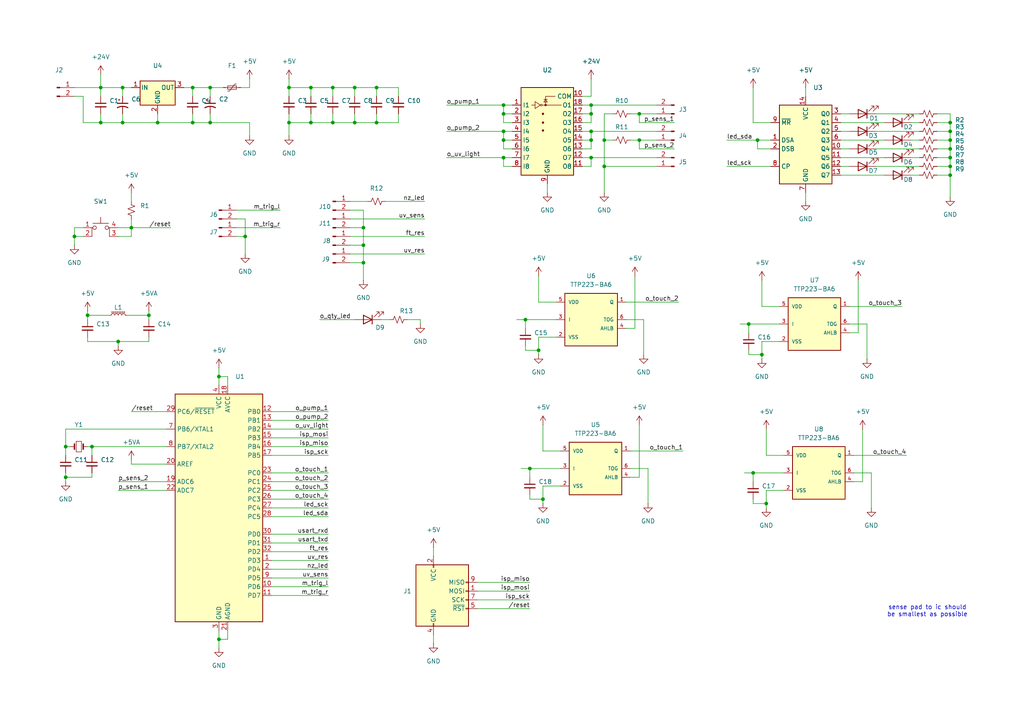
<source format=kicad_sch>
(kicad_sch (version 20231120) (generator "eeschema") (generator_version "8.0")
  (paper "A4")
  (junction (at 109.22 35.56))
  (junction (at 19.05 138.43))
  (junction (at 156.21 101.6))
  (junction (at 35.56 35.56))
  (junction (at 146.05 33.02))
  (junction (at 275.59 38.1))
  (junction (at 153.67 135.89))
  (junction (at 105.41 66.04))
  (junction (at 43.18 91.44))
  (junction (at 222.25 146.05))
  (junction (at 102.87 35.56))
  (junction (at 71.12 68.58))
  (junction (at 175.26 48.26))
  (junction (at 275.59 40.64))
  (junction (at 185.42 40.64))
  (junction (at 102.87 25.4))
  (junction (at 146.05 38.1))
  (junction (at 275.59 45.72))
  (junction (at 25.4 91.44))
  (junction (at 275.59 50.8))
  (junction (at 275.59 43.18))
  (junction (at 218.44 137.16))
  (junction (at 83.82 25.4))
  (junction (at 63.5 185.42))
  (junction (at 146.05 30.48))
  (junction (at 275.59 48.26))
  (junction (at 45.72 35.56))
  (junction (at 275.59 35.56))
  (junction (at 175.26 40.64))
  (junction (at 90.17 35.56))
  (junction (at 21.59 68.58))
  (junction (at 96.52 35.56))
  (junction (at 146.05 45.72))
  (junction (at 90.17 25.4))
  (junction (at 219.71 40.64))
  (junction (at 26.67 129.54))
  (junction (at 29.21 25.4))
  (junction (at 63.5 109.22))
  (junction (at 60.96 35.56))
  (junction (at 171.45 33.02))
  (junction (at 38.1 66.04))
  (junction (at 34.29 99.06))
  (junction (at 60.96 25.4))
  (junction (at 29.21 35.56))
  (junction (at 220.98 102.87))
  (junction (at 105.41 76.2))
  (junction (at 96.52 25.4))
  (junction (at 217.17 93.98))
  (junction (at 171.45 40.64))
  (junction (at 109.22 25.4))
  (junction (at 171.45 30.48))
  (junction (at 35.56 25.4))
  (junction (at 152.4 92.71))
  (junction (at 157.48 144.78))
  (junction (at 83.82 35.56))
  (junction (at 171.45 45.72))
  (junction (at 146.05 40.64))
  (junction (at 19.05 129.54))
  (junction (at 171.45 38.1))
  (junction (at 105.41 71.12))
  (junction (at 185.42 33.02))
  (junction (at 55.88 25.4))
  (junction (at 55.88 35.56))
  (wire (pts (xy 171.45 45.72) (xy 190.5 45.72)))
  (wire (pts (xy 171.45 43.18) (xy 171.45 40.64)))
  (wire (pts (xy 34.29 68.58) (xy 38.1 68.58)))
  (wire (pts (xy 121.92 92.71) (xy 121.92 93.98)))
  (wire (pts (xy 252.73 137.16) (xy 252.73 147.32)))
  (wire (pts (xy 168.91 33.02) (xy 171.45 33.02)))
  (wire (pts (xy 146.05 38.1) (xy 148.59 38.1)))
  (wire (pts (xy 217.17 102.87) (xy 220.98 102.87)))
  (wire (pts (xy 129.54 30.48) (xy 146.05 30.48)))
  (wire (pts (xy 175.26 40.64) (xy 175.26 48.26)))
  (wire (pts (xy 92.71 92.71) (xy 102.87 92.71)))
  (wire (pts (xy 26.67 129.54) (xy 26.67 132.08)))
  (wire (pts (xy 138.43 168.91) (xy 153.67 168.91)))
  (wire (pts (xy 246.38 96.52) (xy 248.92 96.52)))
  (wire (pts (xy 90.17 25.4) (xy 96.52 25.4)))
  (wire (pts (xy 222.25 124.46) (xy 222.25 132.08)))
  (wire (pts (xy 102.87 33.02) (xy 102.87 35.56)))
  (wire (pts (xy 43.18 91.44) (xy 43.18 90.17)))
  (wire (pts (xy 177.8 33.02) (xy 175.26 33.02)))
  (wire (pts (xy 78.74 129.54) (xy 95.25 129.54)))
  (wire (pts (xy 146.05 38.1) (xy 146.05 40.64)))
  (wire (pts (xy 247.65 132.08) (xy 262.89 132.08)))
  (wire (pts (xy 78.74 165.1) (xy 95.25 165.1)))
  (wire (pts (xy 156.21 97.79) (xy 156.21 101.6)))
  (wire (pts (xy 153.67 143.51) (xy 153.67 144.78)))
  (wire (pts (xy 19.05 124.46) (xy 19.05 129.54)))
  (wire (pts (xy 102.87 25.4) (xy 109.22 25.4)))
  (wire (pts (xy 29.21 21.59) (xy 29.21 25.4)))
  (wire (pts (xy 185.42 40.64) (xy 190.5 40.64)))
  (wire (pts (xy 83.82 35.56) (xy 83.82 39.37)))
  (wire (pts (xy 78.74 119.38) (xy 95.25 119.38)))
  (wire (pts (xy 246.38 93.98) (xy 251.46 93.98)))
  (wire (pts (xy 220.98 102.87) (xy 220.98 104.14)))
  (wire (pts (xy 222.25 142.24) (xy 222.25 146.05)))
  (wire (pts (xy 223.52 43.18) (xy 219.71 43.18)))
  (wire (pts (xy 109.22 33.02) (xy 109.22 35.56)))
  (wire (pts (xy 146.05 40.64) (xy 148.59 40.64)))
  (wire (pts (xy 146.05 45.72) (xy 148.59 45.72)))
  (wire (pts (xy 101.6 71.12) (xy 105.41 71.12)))
  (wire (pts (xy 35.56 33.02) (xy 35.56 35.56)))
  (wire (pts (xy 243.84 35.56) (xy 256.54 35.56)))
  (wire (pts (xy 185.42 123.19) (xy 185.42 138.43)))
  (wire (pts (xy 55.88 25.4) (xy 60.96 25.4)))
  (wire (pts (xy 38.1 55.88) (xy 38.1 58.42)))
  (wire (pts (xy 271.78 45.72) (xy 275.59 45.72)))
  (wire (pts (xy 60.96 25.4) (xy 64.77 25.4)))
  (wire (pts (xy 233.68 25.4) (xy 233.68 27.94)))
  (wire (pts (xy 78.74 170.18) (xy 95.25 170.18)))
  (wire (pts (xy 148.59 43.18) (xy 146.05 43.18)))
  (wire (pts (xy 214.63 93.98) (xy 217.17 93.98)))
  (wire (pts (xy 90.17 27.94) (xy 90.17 25.4)))
  (wire (pts (xy 21.59 27.94) (xy 24.13 27.94)))
  (wire (pts (xy 38.1 119.38) (xy 48.26 119.38)))
  (wire (pts (xy 78.74 144.78) (xy 95.25 144.78)))
  (wire (pts (xy 246.38 88.9) (xy 261.62 88.9)))
  (wire (pts (xy 168.91 27.94) (xy 171.45 27.94)))
  (wire (pts (xy 105.41 71.12) (xy 105.41 76.2)))
  (wire (pts (xy 243.84 40.64) (xy 256.54 40.64)))
  (wire (pts (xy 96.52 25.4) (xy 102.87 25.4)))
  (wire (pts (xy 175.26 40.64) (xy 177.8 40.64)))
  (wire (pts (xy 181.61 87.63) (xy 196.85 87.63)))
  (wire (pts (xy 218.44 146.05) (xy 222.25 146.05)))
  (wire (pts (xy 21.59 25.4) (xy 29.21 25.4)))
  (wire (pts (xy 168.91 43.18) (xy 171.45 43.18)))
  (wire (pts (xy 83.82 22.86) (xy 83.82 25.4)))
  (wire (pts (xy 156.21 80.01) (xy 156.21 87.63)))
  (wire (pts (xy 275.59 40.64) (xy 275.59 43.18)))
  (wire (pts (xy 66.04 109.22) (xy 63.5 109.22)))
  (wire (pts (xy 182.88 40.64) (xy 185.42 40.64)))
  (wire (pts (xy 215.9 137.16) (xy 218.44 137.16)))
  (wire (pts (xy 185.42 33.02) (xy 185.42 35.56)))
  (wire (pts (xy 271.78 38.1) (xy 275.59 38.1)))
  (wire (pts (xy 271.78 43.18) (xy 275.59 43.18)))
  (wire (pts (xy 72.39 35.56) (xy 72.39 39.37)))
  (wire (pts (xy 219.71 43.18) (xy 219.71 40.64)))
  (wire (pts (xy 264.16 40.64) (xy 266.7 40.64)))
  (wire (pts (xy 233.68 55.88) (xy 233.68 58.42)))
  (wire (pts (xy 36.83 91.44) (xy 43.18 91.44)))
  (wire (pts (xy 55.88 25.4) (xy 55.88 27.94)))
  (wire (pts (xy 175.26 48.26) (xy 175.26 55.88)))
  (wire (pts (xy 275.59 35.56) (xy 275.59 38.1)))
  (wire (pts (xy 182.88 33.02) (xy 185.42 33.02)))
  (wire (pts (xy 271.78 40.64) (xy 275.59 40.64)))
  (wire (pts (xy 21.59 66.04) (xy 21.59 68.58)))
  (wire (pts (xy 125.73 184.15) (xy 125.73 186.69)))
  (wire (pts (xy 153.67 144.78) (xy 157.48 144.78)))
  (wire (pts (xy 152.4 92.71) (xy 161.29 92.71)))
  (wire (pts (xy 101.6 66.04) (xy 105.41 66.04)))
  (wire (pts (xy 181.61 92.71) (xy 186.69 92.71)))
  (wire (pts (xy 182.88 138.43) (xy 185.42 138.43)))
  (wire (pts (xy 26.67 138.43) (xy 19.05 138.43)))
  (wire (pts (xy 72.39 25.4) (xy 72.39 22.86)))
  (wire (pts (xy 186.69 92.71) (xy 186.69 102.87)))
  (wire (pts (xy 78.74 127) (xy 95.25 127)))
  (wire (pts (xy 102.87 25.4) (xy 102.87 27.94)))
  (wire (pts (xy 24.13 66.04) (xy 21.59 66.04)))
  (wire (pts (xy 68.58 63.5) (xy 71.12 63.5)))
  (wire (pts (xy 168.91 45.72) (xy 171.45 45.72)))
  (wire (pts (xy 157.48 130.81) (xy 162.56 130.81)))
  (wire (pts (xy 60.96 25.4) (xy 60.96 27.94)))
  (wire (pts (xy 45.72 35.56) (xy 55.88 35.56)))
  (wire (pts (xy 25.4 99.06) (xy 34.29 99.06)))
  (wire (pts (xy 222.25 146.05) (xy 222.25 147.32)))
  (wire (pts (xy 161.29 97.79) (xy 156.21 97.79)))
  (wire (pts (xy 171.45 30.48) (xy 190.5 30.48)))
  (wire (pts (xy 220.98 88.9) (xy 226.06 88.9)))
  (wire (pts (xy 254 48.26) (xy 266.7 48.26)))
  (wire (pts (xy 66.04 185.42) (xy 63.5 185.42)))
  (wire (pts (xy 218.44 144.78) (xy 218.44 146.05)))
  (wire (pts (xy 168.91 40.64) (xy 171.45 40.64)))
  (wire (pts (xy 243.84 48.26) (xy 246.38 48.26)))
  (wire (pts (xy 210.82 48.26) (xy 223.52 48.26)))
  (wire (pts (xy 115.57 27.94) (xy 115.57 25.4)))
  (wire (pts (xy 243.84 50.8) (xy 256.54 50.8)))
  (wire (pts (xy 60.96 35.56) (xy 72.39 35.56)))
  (wire (pts (xy 146.05 33.02) (xy 146.05 30.48)))
  (wire (pts (xy 146.05 35.56) (xy 146.05 33.02)))
  (wire (pts (xy 63.5 185.42) (xy 63.5 187.96)))
  (wire (pts (xy 21.59 68.58) (xy 24.13 68.58)))
  (wire (pts (xy 78.74 137.16) (xy 95.25 137.16)))
  (wire (pts (xy 78.74 172.72) (xy 95.25 172.72)))
  (wire (pts (xy 38.1 66.04) (xy 49.53 66.04)))
  (wire (pts (xy 153.67 135.89) (xy 153.67 138.43)))
  (wire (pts (xy 275.59 33.02) (xy 275.59 35.56)))
  (wire (pts (xy 168.91 30.48) (xy 171.45 30.48)))
  (wire (pts (xy 26.67 129.54) (xy 48.26 129.54)))
  (wire (pts (xy 146.05 33.02) (xy 148.59 33.02)))
  (wire (pts (xy 185.42 40.64) (xy 185.42 43.18)))
  (wire (pts (xy 71.12 68.58) (xy 71.12 73.66)))
  (wire (pts (xy 175.26 33.02) (xy 175.26 40.64)))
  (wire (pts (xy 184.15 80.01) (xy 184.15 95.25)))
  (wire (pts (xy 218.44 25.4) (xy 218.44 35.56)))
  (wire (pts (xy 218.44 137.16) (xy 218.44 139.7)))
  (wire (pts (xy 25.4 91.44) (xy 31.75 91.44)))
  (wire (pts (xy 264.16 50.8) (xy 266.7 50.8)))
  (wire (pts (xy 217.17 93.98) (xy 217.17 96.52)))
  (wire (pts (xy 60.96 33.02) (xy 60.96 35.56)))
  (wire (pts (xy 34.29 139.7) (xy 48.26 139.7)))
  (wire (pts (xy 243.84 38.1) (xy 246.38 38.1)))
  (wire (pts (xy 68.58 66.04) (xy 81.28 66.04)))
  (wire (pts (xy 96.52 25.4) (xy 96.52 27.94)))
  (wire (pts (xy 66.04 182.88) (xy 66.04 185.42)))
  (wire (pts (xy 171.45 48.26) (xy 171.45 45.72)))
  (wire (pts (xy 254 33.02) (xy 266.7 33.02)))
  (wire (pts (xy 171.45 40.64) (xy 171.45 38.1)))
  (wire (pts (xy 227.33 142.24) (xy 222.25 142.24)))
  (wire (pts (xy 105.41 76.2) (xy 105.41 81.28)))
  (wire (pts (xy 271.78 50.8) (xy 275.59 50.8)))
  (wire (pts (xy 19.05 129.54) (xy 19.05 132.08)))
  (wire (pts (xy 243.84 43.18) (xy 246.38 43.18)))
  (wire (pts (xy 78.74 142.24) (xy 95.25 142.24)))
  (wire (pts (xy 101.6 60.96) (xy 105.41 60.96)))
  (wire (pts (xy 63.5 182.88) (xy 63.5 185.42)))
  (wire (pts (xy 34.29 142.24) (xy 48.26 142.24)))
  (wire (pts (xy 24.13 35.56) (xy 29.21 35.56)))
  (wire (pts (xy 181.61 95.25) (xy 184.15 95.25)))
  (wire (pts (xy 251.46 93.98) (xy 251.46 104.14)))
  (wire (pts (xy 78.74 132.08) (xy 95.25 132.08)))
  (wire (pts (xy 149.86 92.71) (xy 152.4 92.71)))
  (wire (pts (xy 151.13 135.89) (xy 153.67 135.89)))
  (wire (pts (xy 83.82 33.02) (xy 83.82 35.56)))
  (wire (pts (xy 71.12 63.5) (xy 71.12 68.58)))
  (wire (pts (xy 158.75 53.34) (xy 158.75 55.88)))
  (wire (pts (xy 264.16 45.72) (xy 266.7 45.72)))
  (wire (pts (xy 138.43 173.99) (xy 153.67 173.99)))
  (wire (pts (xy 25.4 97.79) (xy 25.4 99.06)))
  (wire (pts (xy 222.25 132.08) (xy 227.33 132.08)))
  (wire (pts (xy 29.21 33.02) (xy 29.21 35.56)))
  (wire (pts (xy 226.06 99.06) (xy 220.98 99.06)))
  (wire (pts (xy 171.45 38.1) (xy 190.5 38.1)))
  (wire (pts (xy 96.52 33.02) (xy 96.52 35.56)))
  (wire (pts (xy 157.48 140.97) (xy 157.48 144.78)))
  (wire (pts (xy 34.29 99.06) (xy 43.18 99.06)))
  (wire (pts (xy 78.74 167.64) (xy 95.25 167.64)))
  (wire (pts (xy 29.21 35.56) (xy 35.56 35.56)))
  (wire (pts (xy 19.05 138.43) (xy 19.05 139.7)))
  (wire (pts (xy 55.88 33.02) (xy 55.88 35.56)))
  (wire (pts (xy 162.56 140.97) (xy 157.48 140.97)))
  (wire (pts (xy 69.85 25.4) (xy 72.39 25.4)))
  (wire (pts (xy 109.22 25.4) (xy 109.22 27.94)))
  (wire (pts (xy 90.17 33.02) (xy 90.17 35.56)))
  (wire (pts (xy 153.67 135.89) (xy 162.56 135.89)))
  (wire (pts (xy 68.58 60.96) (xy 81.28 60.96)))
  (wire (pts (xy 168.91 35.56) (xy 171.45 35.56)))
  (wire (pts (xy 171.45 27.94) (xy 171.45 22.86)))
  (wire (pts (xy 55.88 35.56) (xy 60.96 35.56)))
  (wire (pts (xy 43.18 99.06) (xy 43.18 97.79)))
  (wire (pts (xy 45.72 33.02) (xy 45.72 35.56)))
  (wire (pts (xy 110.49 92.71) (xy 113.03 92.71)))
  (wire (pts (xy 168.91 48.26) (xy 171.45 48.26)))
  (wire (pts (xy 25.4 91.44) (xy 25.4 92.71)))
  (wire (pts (xy 217.17 101.6) (xy 217.17 102.87)))
  (wire (pts (xy 157.48 123.19) (xy 157.48 130.81)))
  (wire (pts (xy 20.32 129.54) (xy 19.05 129.54)))
  (wire (pts (xy 271.78 35.56) (xy 275.59 35.56)))
  (wire (pts (xy 38.1 68.58) (xy 38.1 66.04)))
  (wire (pts (xy 21.59 68.58) (xy 21.59 71.12)))
  (wire (pts (xy 35.56 25.4) (xy 38.1 25.4)))
  (wire (pts (xy 29.21 25.4) (xy 35.56 25.4)))
  (wire (pts (xy 243.84 45.72) (xy 256.54 45.72)))
  (wire (pts (xy 148.59 48.26) (xy 146.05 48.26)))
  (wire (pts (xy 146.05 30.48) (xy 148.59 30.48)))
  (wire (pts (xy 175.26 48.26) (xy 190.5 48.26)))
  (wire (pts (xy 78.74 160.02) (xy 95.25 160.02)))
  (wire (pts (xy 157.48 144.78) (xy 157.48 146.05)))
  (wire (pts (xy 118.11 92.71) (xy 121.92 92.71)))
  (wire (pts (xy 83.82 25.4) (xy 83.82 27.94)))
  (wire (pts (xy 90.17 25.4) (xy 83.82 25.4)))
  (wire (pts (xy 105.41 60.96) (xy 105.41 66.04)))
  (wire (pts (xy 254 43.18) (xy 266.7 43.18)))
  (wire (pts (xy 24.13 27.94) (xy 24.13 35.56)))
  (wire (pts (xy 218.44 137.16) (xy 227.33 137.16)))
  (wire (pts (xy 35.56 35.56) (xy 45.72 35.56)))
  (wire (pts (xy 78.74 121.92) (xy 95.25 121.92)))
  (wire (pts (xy 115.57 35.56) (xy 109.22 35.56)))
  (wire (pts (xy 254 38.1) (xy 266.7 38.1)))
  (wire (pts (xy 53.34 25.4) (xy 55.88 25.4)))
  (wire (pts (xy 68.58 68.58) (xy 71.12 68.58)))
  (wire (pts (xy 78.74 139.7) (xy 95.25 139.7)))
  (wire (pts (xy 78.74 124.46) (xy 95.25 124.46)))
  (wire (pts (xy 275.59 38.1) (xy 275.59 40.64)))
  (wire (pts (xy 218.44 35.56) (xy 223.52 35.56)))
  (wire (pts (xy 63.5 109.22) (xy 63.5 111.76)))
  (wire (pts (xy 26.67 137.16) (xy 26.67 138.43)))
  (wire (pts (xy 187.96 135.89) (xy 187.96 146.05)))
  (wire (pts (xy 78.74 147.32) (xy 95.25 147.32)))
  (wire (pts (xy 78.74 162.56) (xy 95.25 162.56)))
  (wire (pts (xy 219.71 40.64) (xy 223.52 40.64)))
  (wire (pts (xy 34.29 66.04) (xy 38.1 66.04)))
  (wire (pts (xy 152.4 100.33) (xy 152.4 101.6)))
  (wire (pts (xy 101.6 63.5) (xy 123.19 63.5)))
  (wire (pts (xy 19.05 137.16) (xy 19.05 138.43)))
  (wire (pts (xy 275.59 43.18) (xy 275.59 45.72)))
  (wire (pts (xy 220.98 99.06) (xy 220.98 102.87)))
  (wire (pts (xy 66.04 111.76) (xy 66.04 109.22)))
  (wire (pts (xy 171.45 33.02) (xy 171.45 35.56)))
  (wire (pts (xy 48.26 124.46) (xy 19.05 124.46)))
  (wire (pts (xy 38.1 134.62) (xy 38.1 133.35)))
  (wire (pts (xy 271.78 48.26) (xy 275.59 48.26)))
  (wire (pts (xy 38.1 66.04) (xy 38.1 63.5)))
  (wire (pts (xy 156.21 101.6) (xy 156.21 102.87)))
  (wire (pts (xy 247.65 139.7) (xy 250.19 139.7)))
  (wire (pts (xy 146.05 40.64) (xy 146.05 43.18)))
  (wire (pts (xy 220.98 81.28) (xy 220.98 88.9)))
  (wire (pts (xy 146.05 48.26) (xy 146.05 45.72)))
  (wire (pts (xy 26.67 129.54) (xy 25.4 129.54)))
  (wire (pts (xy 101.6 73.66) (xy 123.19 73.66)))
  (wire (pts (xy 35.56 25.4) (xy 35.56 27.94)))
  (wire (pts (xy 105.41 66.04) (xy 105.41 71.12)))
  (wire (pts (xy 171.45 30.48) (xy 171.45 33.02)))
  (wire (pts (xy 248.92 81.28) (xy 248.92 96.52)))
  (wire (pts (xy 210.82 40.64) (xy 219.71 40.64)))
  (wire (pts (xy 168.91 38.1) (xy 171.45 38.1)))
  (wire (pts (xy 185.42 43.18) (xy 195.58 43.18)))
  (wire (pts (xy 101.6 58.42) (xy 106.68 58.42)))
  (wire (pts (xy 275.59 50.8) (xy 275.59 57.15)))
  (wire (pts (xy 138.43 171.45) (xy 153.67 171.45)))
  (wire (pts (xy 152.4 101.6) (xy 156.21 101.6)))
  (wire (pts (xy 156.21 87.63) (xy 161.29 87.63)))
  (wire (pts (xy 271.78 33.02) (xy 275.59 33.02)))
  (wire (pts (xy 129.54 45.72) (xy 146.05 45.72)))
  (wire (pts (xy 101.6 76.2) (xy 105.41 76.2)))
  (wire (pts (xy 182.88 130.81) (xy 198.12 130.81)))
  (wire (pts (xy 43.18 91.44) (xy 43.18 92.71)))
  (wire (pts (xy 125.73 158.75) (xy 125.73 161.29)))
  (wire (pts (xy 250.19 124.46) (xy 250.19 139.7)))
  (wire (pts (xy 25.4 91.44) (xy 25.4 90.17)))
  (wire (pts (xy 78.74 149.86) (xy 95.25 149.86)))
  (wire (pts (xy 275.59 48.26) (xy 275.59 50.8)))
  (wire (pts (xy 185.42 33.02) (xy 190.5 33.02)))
  (wire (pts (xy 78.74 157.48) (xy 95.25 157.48)))
  (wire (pts (xy 275.59 45.72) (xy 275.59 48.26)))
  (wire (pts (xy 264.16 35.56) (xy 266.7 35.56)))
  (wire (pts (xy 78.74 154.94) (xy 95.25 154.94)))
  (wire (pts (xy 29.21 25.4) (xy 29.21 27.94)))
  (wire (pts (xy 63.5 106.68) (xy 63.5 109.22)))
  (wire (pts (xy 96.52 35.56) (xy 90.17 35.56)))
  (wire (pts (xy 138.43 176.53) (xy 153.67 176.53)))
  (wire (pts (xy 48.26 134.62) (xy 38.1 134.62)))
  (wire (pts (xy 34.29 99.06) (xy 34.29 100.33)))
  (wire (pts (xy 247.65 137.16) (xy 252.73 137.16)))
  (wire (pts (xy 243.84 33.02) (xy 246.38 33.02)))
  (wire (pts (xy 129.54 38.1) (xy 146.05 38.1)))
  (wire (pts (xy 109.22 25.4) (xy 115.57 25.4)))
  (wire (pts (xy 152.4 92.71) (xy 152.4 95.25)))
  (wire (pts (xy 109.22 35.56) (xy 102.87 35.56)))
  (wire (pts (xy 217.17 93.98) (xy 226.06 93.98)))
  (wire (pts (xy 148.59 35.56) (xy 146.05 35.56)))
  (wire (pts (xy 182.88 135.89) (xy 187.96 135.89)))
  (wire (pts (xy 90.17 35.56) (xy 83.82 35.56)))
  (wire (pts (xy 185.42 35.56) (xy 195.58 35.56)))
  (wire (pts (xy 111.76 58.42) (xy 123.19 58.42)))
  (wire (pts (xy 101.6 68.58) (xy 123.19 68.58)))
  (wire (pts (xy 102.87 35.56) (xy 96.52 35.56)))
  (wire (pts (xy 115.57 33.02) (xy 115.57 35.56)))
  (text "sense pad to ic should\nbe smallest as possible" (at 268.986 177.292 0) (effects (font (size 1.27 1.27))))
  (label "usart_rxd" (at 95.25 154.94 180))
  (label "led_sda" (at 210.82 40.64 0))
  (label "o_touch_3" (at 95.25 142.24 180))
  (label "p_sens_2" (at 195.58 43.18 180))
  (label "p_sens_2" (at 34.29 139.7 0))
  (label "isp_miso" (at 95.25 129.54 180))
  (label "o_touch_2" (at 95.25 139.7 180))
  (label "p_sens_1" (at 195.58 35.56 180))
  (label "{slash}reset" (at 38.1 119.38 0))
  (label "o_pump_1" (at 95.25 119.38 180))
  (label "{slash}reset" (at 153.67 176.53 180))
  (label "o_touch_1" (at 198.12 130.81 180))
  (label "m_trig_r" (at 81.28 66.04 180))
  (label "uv_res" (at 95.25 162.56 180))
  (label "o_pump_1" (at 129.54 30.48 0))
  (label "isp_sck" (at 95.25 132.08 180))
  (label "o_pump_2" (at 95.25 121.92 180))
  (label "o_touch_4" (at 262.89 132.08 180))
  (label "isp_mosi" (at 153.67 171.45 180))
  (label "isp_miso" (at 153.67 168.91 180))
  (label "o_touch_3" (at 261.62 88.9 180))
  (label "led_sda" (at 95.25 149.86 180))
  (label "o_touch_1" (at 95.25 137.16 180))
  (label "led_sck" (at 95.25 147.32 180))
  (label "p_sens_1" (at 34.29 142.24 0))
  (label "ft_res" (at 123.19 68.58 180))
  (label "o_uv_light" (at 129.54 45.72 0))
  (label "m_trig_r" (at 95.25 172.72 180))
  (label "led_sck" (at 210.82 48.26 0))
  (label "ft_res" (at 95.25 160.02 180))
  (label "o_pump_2" (at 129.54 38.1 0))
  (label "m_trig_l" (at 95.25 170.18 180))
  (label "isp_mosi" (at 95.25 127 180))
  (label "o_touch_4" (at 95.25 144.78 180))
  (label "nz_led" (at 95.25 165.1 180))
  (label "uv_sens" (at 95.25 167.64 180))
  (label "nz_led" (at 123.19 58.42 180))
  (label "{slash}reset" (at 49.53 66.04 180))
  (label "uv_res" (at 123.19 73.66 180))
  (label "isp_sck" (at 153.67 173.99 180))
  (label "o_qty_led" (at 92.71 92.71 0))
  (label "m_trig_l" (at 81.28 60.96 180))
  (label "o_touch_2" (at 196.85 87.63 180))
  (label "usart_txd" (at 95.25 157.48 180))
  (label "uv_sens" (at 123.19 63.5 180))
  (label "o_uv_light" (at 95.25 124.46 180))
  (symbol (lib_id "power:GND") (at 275.59 57.15 0) (unit 1)
    (property "Reference" "#PWR013" (effects (hide yes)))
    (property "Value" "GND" (at 275.59 62.23 0))
    (property "Description" "Power symbol creates a global label with name \"GND\" , ground" (effects (hide yes)))
  )
  (symbol (lib_id "power:GND") (at 157.48 146.05 0) (unit 1)
    (property "Reference" "#PWR020" (effects (hide yes)))
    (property "Value" "GND" (at 157.48 151.13 0))
    (property "Description" "Power symbol creates a global label with name \"GND\" , ground" (effects (hide yes)))
  )
  (symbol (lib_id "power:+5V") (at 233.68 25.4 0) (unit 1)
    (property "Reference" "#PWR016" (effects (hide yes)))
    (property "Value" "+5V" (at 233.68 20.32 0))
    (property "Description" "Power symbol creates a global label with name \"+5V\"" (effects (hide yes)))
  )
  (symbol (lib_id "Connector:Conn_01x02_Pin") (at 195.58 40.64 180) (unit 1)
    (property "Reference" "J4" (at 196.85 39.3699 0) (effects (justify right)))
    (property "Value" "Conn_01x02_Pin" (effects (hide yes)))
    (property "Description" "Generic connector, single row, 01x02, script generated" (effects (hide yes)))
  )
  (symbol (lib_id "power:GND") (at 187.96 146.05 0) (unit 1)
    (property "Reference" "#PWR023" (effects (hide yes)))
    (property "Value" "GND" (at 187.96 151.13 0))
    (property "Description" "Power symbol creates a global label with name \"GND\" , ground" (effects (hide yes)))
  )
  (symbol (lib_id "power:GND") (at 105.41 81.28 0) (unit 1)
    (property "Reference" "#PWR024" (effects (hide yes)))
    (property "Value" "GND" (at 105.41 86.36 0))
    (property "Description" "Power symbol creates a global label with name \"GND\" , ground" (effects (hide yes)))
  )
  (symbol (lib_id "power:GND") (at 252.73 147.32 0) (unit 1)
    (property "Reference" "#PWR037" (effects (hide yes)))
    (property "Value" "GND" (at 252.73 152.4 0))
    (property "Description" "Power symbol creates a global label with name \"GND\" , ground" (effects (hide yes)))
  )
  (symbol (lib_id "power:GND") (at 121.92 93.98 0) (unit 1)
    (property "Reference" "#PWR025" (effects (hide yes)))
    (property "Value" "GND" (at 121.92 99.06 0))
    (property "Description" "Power symbol creates a global label with name \"GND\" , ground" (effects (hide yes)))
  )
  (symbol (lib_id "Device:LED") (at 260.35 35.56 180) (unit 1)
    (property "Reference" "D2" (at 263.398 36.83 0))
    (property "Value" "LED" (effects (hide yes)))
    (property "Footprint" "LED_THT:LED_D5.0mm_Clear" (effects (hide yes)))
    (property "Description" "Light emitting diode" (effects (hide yes)))
  )
  (symbol (lib_id "power:GND") (at 63.5 187.96 0) (unit 1)
    (property "Reference" "#PWR09" (effects (hide yes)))
    (property "Value" "GND" (at 63.5 193.04 0))
    (property "Description" "Power symbol creates a global label with name \"GND\" , ground" (effects (hide yes)))
  )
  (symbol (lib_id "Device:C_Small") (at 96.52 30.48 0) (unit 1)
    (property "Reference" "C7" (at 99.06 29.2162 0) (effects (justify left)))
    (property "Value" "C_Small" (effects (hide yes)))
    (property "Footprint" "Capacitor_SMD:C_0805_2012Metric_Pad1.18x1.45mm_HandSolder" (effects (hide yes)))
    (property "Description" "Unpolarized capacitor, small symbol" (effects (hide yes)))
  )
  (symbol (lib_id "power:GND") (at 158.75 55.88 0) (unit 1)
    (property "Reference" "#PWR014" (effects (hide yes)))
    (property "Value" "GND" (at 158.75 60.96 0))
    (property "Description" "Power symbol creates a global label with name \"GND\" , ground" (effects (hide yes)))
  )
  (symbol (lib_id "TTP223-BA6:TTP223-BA6") (at 236.22 93.98 0) (unit 1)
    (property "Reference" "U7" (at 236.22 81.28 0))
    (property "Value" "TTP223-BA6" (at 236.22 83.82 0))
    (property "Footprint" "Hardware:SOT23-6" (effects (hide yes)))
    (property "MF" "tontek" (effects (hide yes)))
    (property "Description_1" "\n" (effects (hide yes)))
    (property "LIB" "CID" (effects (hide yes)))
    (property "Package" "None" (effects (hide yes)))
    (property "Price" "None" (effects (hide yes)))
    (property "SnapEDA_Link" "https://www.snapeda.com/parts/TTP223-BA6/TONTEK/view-part/?ref=snap" (effects (hide yes)))
    (property "MP" "TTP223-BA6" (effects (hide yes)))
    (property "Availability" "In Stock" (effects (hide yes)))
    (property "Check_prices" "https://www.snapeda.com/parts/TTP223-BA6/TONTEK/view-part/?ref=eda" (effects (hide yes)))
  )
  (symbol (lib_id "power:+5V") (at 220.98 81.28 0) (unit 1)
    (property "Reference" "#PWR030" (effects (hide yes)))
    (property "Value" "+5V" (at 220.98 76.2 0))
    (property "Description" "Power symbol creates a global label with name \"+5V\"" (effects (hide yes)))
  )
  (symbol (lib_id "power:GND") (at 83.82 39.37 0) (unit 1)
    (property "Reference" "#PWR011" (effects (hide yes)))
    (property "Value" "GND" (at 83.82 44.45 0))
    (property "Description" "Power symbol creates a global label with name \"GND\" , ground" (effects (hide yes)))
  )
  (symbol (lib_id "power:+5V") (at 250.19 124.46 0) (unit 1)
    (property "Reference" "#PWR036" (effects (hide yes)))
    (property "Value" "+5V" (at 250.19 119.38 0))
    (property "Description" "Power symbol creates a global label with name \"+5V\"" (effects (hide yes)))
  )
  (symbol (lib_id "power:GND") (at 156.21 102.87 0) (unit 1)
    (property "Reference" "#PWR027" (effects (hide yes)))
    (property "Value" "GND" (at 156.21 107.95 0))
    (property "Description" "Power symbol creates a global label with name \"GND\" , ground" (effects (hide yes)))
  )
  (symbol (lib_id "Connector:Conn_01x02_Pin") (at 96.52 63.5 0) (unit 1)
    (property "Reference" "J11" (at 94.234 64.77 0))
    (property "Value" "Conn_01x02_Pin" (effects (hide yes)))
    (property "Description" "Generic connector, single row, 01x02, script generated" (effects (hide yes)))
  )
  (symbol (lib_id "power:+5V") (at 63.5 106.68 0) (unit 1)
    (property "Reference" "#PWR08" (effects (hide yes)))
    (property "Value" "+5V" (at 63.5 101.6 0))
    (property "Description" "Power symbol creates a global label with name \"+5V\"" (effects (hide yes)))
  )
  (symbol (lib_id "Device:C_Polarized_Small_US") (at 60.96 30.48 0) (unit 1)
    (property "Reference" "C2" (at 63.5 28.7781 0) (effects (justify left)))
    (property "Value" "C_Polarized_Small_US" (effects (hide yes)))
    (property "Footprint" "Capacitor_SMD:CP_Elec_6.3x5.4" (effects (hide yes)))
    (property "Description" "Polarized capacitor, small US symbol" (effects (hide yes)))
  )
  (symbol (lib_id "Device:LED") (at 250.19 48.26 180) (unit 1)
    (property "Reference" "D7" (at 253.238 49.53 0))
    (property "Value" "LED" (effects (hide yes)))
    (property "Footprint" "LED_THT:LED_D3.0mm_Clear" (effects (hide yes)))
    (property "Description" "Light emitting diode" (effects (hide yes)))
  )
  (symbol (lib_id "Connector:Conn_01x02_Pin") (at 195.58 33.02 180) (unit 1)
    (property "Reference" "J3" (at 196.85 31.7499 0) (effects (justify right)))
    (property "Value" "Conn_01x02_Pin" (effects (hide yes)))
    (property "Description" "Generic connector, single row, 01x02, script generated" (effects (hide yes)))
  )
  (symbol (lib_id "Device:R_Small_US") (at 269.24 40.64 90) (unit 1)
    (property "Reference" "R5" (at 278.384 40.894 90))
    (property "Value" "R_Small_US" (effects (hide yes)))
    (property "Footprint" "Resistor_SMD:R_0805_2012Metric_Pad1.20x1.40mm_HandSolder" (effects (hide yes)))
    (property "Description" "Resistor, small US symbol" (effects (hide yes)))
  )
  (symbol (lib_id "Connector:Conn_01x02_Pin") (at 16.51 25.4 0) (unit 1)
    (property "Reference" "J2" (at 17.145 20.32 0))
    (property "Value" "Conn_01x02_Pin" (effects (hide yes)))
    (property "Description" "Generic connector, single row, 01x02, script generated" (effects (hide yes)))
  )
  (symbol (lib_id "TTP223-BA6:TTP223-BA6") (at 172.72 135.89 0) (unit 1)
    (property "Reference" "U5" (at 172.72 123.19 0))
    (property "Value" "TTP223-BA6" (at 172.72 125.73 0))
    (property "Footprint" "Hardware:SOT23-6" (effects (hide yes)))
    (property "MF" "tontek" (effects (hide yes)))
    (property "Description_1" "\n" (effects (hide yes)))
    (property "LIB" "CID" (effects (hide yes)))
    (property "Package" "None" (effects (hide yes)))
    (property "Price" "None" (effects (hide yes)))
    (property "SnapEDA_Link" "https://www.snapeda.com/parts/TTP223-BA6/TONTEK/view-part/?ref=snap" (effects (hide yes)))
    (property "MP" "TTP223-BA6" (effects (hide yes)))
    (property "Availability" "In Stock" (effects (hide yes)))
    (property "Check_prices" "https://www.snapeda.com/parts/TTP223-BA6/TONTEK/view-part/?ref=eda" (effects (hide yes)))
  )
  (symbol (lib_id "Connector:Conn_01x02_Pin") (at 63.5 66.04 0) (unit 1)
    (property "Reference" "J7" (at 61.976 67.31 0))
    (property "Value" "Conn_01x02_Pin" (effects (hide yes)))
    (property "Description" "Generic connector, single row, 01x02, script generated" (effects (hide yes)))
  )
  (symbol (lib_id "Switch:SW_MEC_5E") (at 29.21 68.58 0) (unit 1)
    (property "Reference" "SW1" (at 29.21 58.42 0))
    (property "Value" "SW_MEC_5E" (effects (hide yes)))
    (property "Footprint" "Button_Switch_SMD:SW_SP3T_PCM13" (effects (hide yes)))
    (property "Datasheet" "http://www.apem.com/int/index.php?controller=attachment&id_attachment=1371" (effects (hide yes)))
    (property "Description" "MEC 5E single pole normally-open tactile switch" (effects (hide yes)))
  )
  (symbol (lib_id "Device:R_Small_US") (at 180.34 40.64 270) (unit 1)
    (property "Reference" "R11" (at 180.34 36.83 90))
    (property "Value" "R_Small_US" (effects (hide yes)))
    (property "Footprint" "Resistor_SMD:R_0805_2012Metric_Pad1.20x1.40mm_HandSolder" (effects (hide yes)))
    (property "Description" "Resistor, small US symbol" (effects (hide yes)))
  )
  (symbol (lib_id "Device:Polyfuse_Small") (at 67.31 25.4 90) (unit 1)
    (property "Reference" "F1" (at 67.31 19.05 90))
    (property "Value" "Polyfuse_Small" (effects (hide yes)))
    (property "Description" "Resettable fuse, polymeric positive temperature coefficient, small symbol" (effects (hide yes)))
  )
  (symbol (lib_id "Device:C_Small") (at 83.82 30.48 0) (unit 1)
    (property "Reference" "C3" (at 86.36 29.2162 0) (effects (justify left)))
    (property "Value" "C_Small" (effects (hide yes)))
    (property "Footprint" "Capacitor_SMD:C_0805_2012Metric_Pad1.18x1.45mm_HandSolder" (effects (hide yes)))
    (property "Description" "Unpolarized capacitor, small symbol" (effects (hide yes)))
  )
  (symbol (lib_id "Device:LED") (at 250.19 33.02 180) (unit 1)
    (property "Reference" "D1" (at 253.492 34.29 0))
    (property "Value" "LED" (effects (hide yes)))
    (property "Footprint" "LED_THT:LED_D5.0mm_Clear" (effects (hide yes)))
    (property "Description" "Light emitting diode" (effects (hide yes)))
  )
  (symbol (lib_id "power:+5V") (at 248.92 81.28 0) (unit 1)
    (property "Reference" "#PWR032" (effects (hide yes)))
    (property "Value" "+5V" (at 248.92 76.2 0))
    (property "Description" "Power symbol creates a global label with name \"+5V\"" (effects (hide yes)))
  )
  (symbol (lib_id "Device:R_Small_US") (at 180.34 33.02 270) (unit 1)
    (property "Reference" "R10" (at 180.34 29.21 90))
    (property "Value" "R_Small_US" (effects (hide yes)))
    (property "Footprint" "Resistor_SMD:R_0805_2012Metric_Pad1.20x1.40mm_HandSolder" (effects (hide yes)))
    (property "Description" "Resistor, small US symbol" (effects (hide yes)))
  )
  (symbol (lib_id "Device:R_Small_US") (at 269.24 33.02 270) (unit 1)
    (property "Reference" "R2" (at 278.384 34.798 90))
    (property "Value" "R_Small_US" (effects (hide yes)))
    (property "Footprint" "Resistor_SMD:R_0805_2012Metric_Pad1.20x1.40mm_HandSolder" (effects (hide yes)))
    (property "Description" "Resistor, small US symbol" (effects (hide yes)))
  )
  (symbol (lib_id "power:GND") (at 34.29 100.33 0) (unit 1)
    (property "Reference" "#PWR042" (effects (hide yes)))
    (property "Value" "GND" (at 34.29 105.41 0))
    (property "Description" "Power symbol creates a global label with name \"GND\" , ground" (effects (hide yes)))
  )
  (symbol (lib_id "power:+5V") (at 218.44 25.4 0) (unit 1)
    (property "Reference" "#PWR017" (effects (hide yes)))
    (property "Value" "+5V" (at 218.44 20.32 0))
    (property "Description" "Power symbol creates a global label with name \"+5V\"" (effects (hide yes)))
  )
  (symbol (lib_id "power:+5V") (at 25.4 90.17 0) (unit 1)
    (property "Reference" "#PWR039" (effects (hide yes)))
    (property "Value" "+5V" (at 25.4 85.09 0))
    (property "Description" "Power symbol creates a global label with name \"+5V\"" (effects (hide yes)))
  )
  (symbol (lib_id "Device:R_Small_US") (at 115.57 92.71 90) (unit 1)
    (property "Reference" "R13" (at 117.856 90.17 90))
    (property "Value" "R_Small_US" (effects (hide yes)))
    (property "Footprint" "Resistor_SMD:R_0805_2012Metric_Pad1.20x1.40mm_HandSolder" (effects (hide yes)))
    (property "Description" "Resistor, small US symbol" (effects (hide yes)))
  )
  (symbol (lib_id "TTP223-BA6:TTP223-BA6") (at 237.49 137.16 0) (unit 1)
    (property "Reference" "U8" (at 237.49 124.46 0))
    (property "Value" "TTP223-BA6" (at 237.49 127 0))
    (property "Footprint" "Hardware:SOT23-6" (effects (hide yes)))
    (property "MF" "tontek" (effects (hide yes)))
    (property "Description_1" "\n" (effects (hide yes)))
    (property "LIB" "CID" (effects (hide yes)))
    (property "Package" "None" (effects (hide yes)))
    (property "Price" "None" (effects (hide yes)))
    (property "SnapEDA_Link" "https://www.snapeda.com/parts/TTP223-BA6/TONTEK/view-part/?ref=snap" (effects (hide yes)))
    (property "MP" "TTP223-BA6" (effects (hide yes)))
    (property "Availability" "In Stock" (effects (hide yes)))
    (property "Check_prices" "https://www.snapeda.com/parts/TTP223-BA6/TONTEK/view-part/?ref=eda" (effects (hide yes)))
  )
  (symbol (lib_id "power:GND") (at 125.73 186.69 0) (unit 1)
    (property "Reference" "#PWR06" (effects (hide yes)))
    (property "Value" "GND" (at 125.73 191.77 0))
    (property "Description" "Power symbol creates a global label with name \"GND\" , ground" (effects (hide yes)))
  )
  (symbol (lib_id "Device:C_Small") (at 26.67 134.62 0) (unit 1)
    (property "Reference" "C12" (at 29.21 133.3562 0) (effects (justify left)))
    (property "Value" "C_Small" (effects (hide yes)))
    (property "Footprint" "Capacitor_SMD:C_0805_2012Metric_Pad1.18x1.45mm_HandSolder" (effects (hide yes)))
    (property "Description" "Unpolarized capacitor, small symbol" (effects (hide yes)))
  )
  (symbol (lib_id "power:+5V") (at 156.21 80.01 0) (unit 1)
    (property "Reference" "#PWR026" (effects (hide yes)))
    (property "Value" "+5V" (at 156.21 74.93 0))
    (property "Description" "Power symbol creates a global label with name \"+5V\"" (effects (hide yes)))
  )
  (symbol (lib_id "Connector:Conn_01x02_Pin") (at 96.52 73.66 0) (unit 1)
    (property "Reference" "J9" (at 94.488 75.184 0))
    (property "Value" "Conn_01x02_Pin" (effects (hide yes)))
    (property "Description" "Generic connector, single row, 01x02, script generated" (effects (hide yes)))
  )
  (symbol (lib_id "power:GND") (at 71.12 73.66 0) (unit 1)
    (property "Reference" "#PWR021" (effects (hide yes)))
    (property "Value" "GND" (at 71.12 78.74 0))
    (property "Description" "Power symbol creates a global label with name \"GND\" , ground" (effects (hide yes)))
  )
  (symbol (lib_id "Device:C_Small") (at 109.22 30.48 0) (unit 1)
    (property "Reference" "C9" (at 111.76 29.2162 0) (effects (justify left)))
    (property "Value" "C_Small" (effects (hide yes)))
    (property "Footprint" "Capacitor_SMD:C_0805_2012Metric_Pad1.18x1.45mm_HandSolder" (effects (hide yes)))
    (property "Description" "Unpolarized capacitor, small symbol" (effects (hide yes)))
  )
  (symbol (lib_id "Device:LED") (at 260.35 40.64 180) (unit 1)
    (property "Reference" "D4" (at 263.398 41.91 0))
    (property "Value" "LED" (effects (hide yes)))
    (property "Footprint" "LED_THT:LED_D5.0mm_Clear" (effects (hide yes)))
    (property "Description" "Light emitting diode" (effects (hide yes)))
  )
  (symbol (lib_id "power:GND") (at 251.46 104.14 0) (unit 1)
    (property "Reference" "#PWR033" (effects (hide yes)))
    (property "Value" "GND" (at 251.46 109.22 0))
    (property "Description" "Power symbol creates a global label with name \"GND\" , ground" (effects (hide yes)))
  )
  (symbol (lib_id "Device:LED") (at 106.68 92.71 180) (unit 1)
    (property "Reference" "D9" (at 110.236 94.996 0))
    (property "Value" "LED" (effects (hide yes)))
    (property "Footprint" "LED_THT:LED_D5.0mm_Clear" (effects (hide yes)))
    (property "Description" "Light emitting diode" (effects (hide yes)))
  )
  (symbol (lib_id "Device:C_Small") (at 90.17 30.48 0) (unit 1)
    (property "Reference" "C5" (at 92.71 29.2162 0) (effects (justify left)))
    (property "Value" "C_Small" (effects (hide yes)))
    (property "Footprint" "Capacitor_SMD:C_0805_2012Metric_Pad1.18x1.45mm_HandSolder" (effects (hide yes)))
    (property "Description" "Unpolarized capacitor, small symbol" (effects (hide yes)))
  )
  (symbol (lib_id "power:+5V") (at 222.25 124.46 0) (unit 1)
    (property "Reference" "#PWR034" (effects (hide yes)))
    (property "Value" "+5V" (at 222.25 119.38 0))
    (property "Description" "Power symbol creates a global label with name \"+5V\"" (effects (hide yes)))
  )
  (symbol (lib_id "power:+5VA") (at 38.1 133.35 0) (unit 1)
    (property "Reference" "#PWR041" (effects (hide yes)))
    (property "Value" "+5VA" (at 38.1 128.27 0))
    (property "Description" "Power symbol creates a global label with name \"+5VA\"" (effects (hide yes)))
  )
  (symbol (lib_id "Device:R_Small_US") (at 269.24 35.56 90) (unit 1)
    (property "Reference" "R3" (at 278.384 36.83 90))
    (property "Value" "R_Small_US" (effects (hide yes)))
    (property "Footprint" "Resistor_SMD:R_0805_2012Metric_Pad1.20x1.40mm_HandSolder" (effects (hide yes)))
    (property "Description" "Resistor, small US symbol" (effects (hide yes)))
  )
  (symbol (lib_id "Transistor_Array:ULN2803A") (at 158.75 35.56 0) (unit 1)
    (property "Reference" "U2" (at 158.75 20.32 0))
    (property "Value" "ULN2803A" (effects (hide yes)))
    (property "Footprint" "Package_SO:SOIC-18W_7.5x11.6mm_P1.27mm" (effects (hide yes)))
    (property "Datasheet" "http://www.ti.com/lit/ds/symlink/uln2803a.pdf" (effects (hide yes)))
    (property "Description" "Darlington Transistor Arrays, SOIC18/DIP18" (effects (hide yes)))
  )
  (symbol (lib_id "Device:R_Small_US") (at 109.22 58.42 90) (unit 1)
    (property "Reference" "R12" (at 109.22 54.61 90))
    (property "Value" "R_Small_US" (effects (hide yes)))
    (property "Footprint" "Resistor_SMD:R_0805_2012Metric_Pad1.20x1.40mm_HandSolder" (effects (hide yes)))
    (property "Description" "Resistor, small US symbol" (effects (hide yes)))
  )
  (symbol (lib_id "74xx:74HC164") (at 233.68 40.64 0) (unit 1)
    (property "Reference" "U3" (at 235.8741 25.4 0) (effects (justify left)))
    (property "Value" "74HC164" (effects (hide yes)))
    (property "Footprint" "Package_SO:SOIC-14_3.9x8.7mm_P1.27mm" (effects (hide yes)))
    (property "Datasheet" "https://assets.nexperia.com/documents/data-sheet/74HC_HCT164.pdf" (effects (hide yes)))
    (property "Description" "8-bit serial-in parallel-out shift register" (effects (hide yes)))
  )
  (symbol (lib_id "Device:C_Small") (at 218.44 142.24 0) (unit 1)
    (property "Reference" "C17" (at 220.98 140.9762 0) (effects (justify left)))
    (property "Value" "C_Small" (effects (hide yes)))
    (property "Footprint" "Capacitor_SMD:C_0805_2012Metric_Pad1.18x1.45mm_HandSolder" (effects (hide yes)))
    (property "Description" "Unpolarized capacitor, small symbol" (effects (hide yes)))
  )
  (symbol (lib_id "TTP223-BA6:TTP223-BA6") (at 171.45 92.71 0) (unit 1)
    (property "Reference" "U6" (at 171.45 80.01 0))
    (property "Value" "TTP223-BA6" (at 171.45 82.55 0))
    (property "Footprint" "Hardware:SOT23-6" (effects (hide yes)))
    (property "MF" "tontek" (effects (hide yes)))
    (property "Description_1" "\n" (effects (hide yes)))
    (property "LIB" "CID" (effects (hide yes)))
    (property "Package" "None" (effects (hide yes)))
    (property "Price" "None" (effects (hide yes)))
    (property "SnapEDA_Link" "https://www.snapeda.com/parts/TTP223-BA6/TONTEK/view-part/?ref=snap" (effects (hide yes)))
    (property "MP" "TTP223-BA6" (effects (hide yes)))
    (property "Availability" "In Stock" (effects (hide yes)))
    (property "Check_prices" "https://www.snapeda.com/parts/TTP223-BA6/TONTEK/view-part/?ref=eda" (effects (hide yes)))
  )
  (symbol (lib_id "power:+5V") (at 83.82 22.86 0) (unit 1)
    (property "Reference" "#PWR010" (effects (hide yes)))
    (property "Value" "+5V" (at 83.82 17.78 0))
    (property "Description" "Power symbol creates a global label with name \"+5V\"" (effects (hide yes)))
  )
  (symbol (lib_id "Connector:Conn_01x02_Pin") (at 96.52 68.58 0) (unit 1)
    (property "Reference" "J8" (at 94.742 69.85 0))
    (property "Value" "Conn_01x02_Pin" (effects (hide yes)))
    (property "Description" "Generic connector, single row, 01x02, script generated" (effects (hide yes)))
  )
  (symbol (lib_id "Device:C_Small") (at 55.88 30.48 0) (unit 1)
    (property "Reference" "C4" (at 58.42 29.2162 0) (effects (justify left)))
    (property "Value" "C_Small" (effects (hide yes)))
    (property "Footprint" "Capacitor_SMD:C_0805_2012Metric_Pad1.18x1.45mm_HandSolder" (effects (hide yes)))
    (property "Description" "Unpolarized capacitor, small symbol" (effects (hide yes)))
  )
  (symbol (lib_id "power:+5V") (at 157.48 123.19 0) (unit 1)
    (property "Reference" "#PWR019" (effects (hide yes)))
    (property "Value" "+5V" (at 157.48 118.11 0))
    (property "Description" "Power symbol creates a global label with name \"+5V\"" (effects (hide yes)))
  )
  (symbol (lib_id "power:+5V") (at 125.73 158.75 0) (unit 1)
    (property "Reference" "#PWR07" (effects (hide yes)))
    (property "Value" "+5V" (at 125.73 153.67 0))
    (property "Description" "Power symbol creates a global label with name \"+5V\"" (effects (hide yes)))
  )
  (symbol (lib_id "Connector:Conn_01x02_Pin") (at 63.5 60.96 0) (unit 1)
    (property "Reference" "J6" (at 61.976 62.23 0))
    (property "Value" "Conn_01x02_Pin" (effects (hide yes)))
    (property "Description" "Generic connector, single row, 01x02, script generated" (effects (hide yes)))
  )
  (symbol (lib_id "power:GND") (at 186.69 102.87 0) (unit 1)
    (property "Reference" "#PWR029" (effects (hide yes)))
    (property "Value" "GND" (at 186.69 107.95 0))
    (property "Description" "Power symbol creates a global label with name \"GND\" , ground" (effects (hide yes)))
  )
  (symbol (lib_id "Device:C_Small") (at 29.21 30.48 0) (unit 1)
    (property "Reference" "C1" (at 31.75 29.2162 0) (effects (justify left)))
    (property "Value" "C_Small" (effects (hide yes)))
    (property "Footprint" "Capacitor_SMD:C_0805_2012Metric_Pad1.18x1.45mm_HandSolder" (effects (hide yes)))
    (property "Description" "Unpolarized capacitor, small symbol" (effects (hide yes)))
  )
  (symbol (lib_id "Connector:Conn_01x02_Pin") (at 96.52 58.42 0) (unit 1)
    (property "Reference" "J10" (at 94.234 59.944 0))
    (property "Value" "Conn_01x02_Pin" (effects (hide yes)))
    (property "Description" "Generic connector, single row, 01x02, script generated" (effects (hide yes)))
  )
  (symbol (lib_id "power:+24V") (at 29.21 21.59 0) (unit 1)
    (property "Reference" "#PWR03" (effects (hide yes)))
    (property "Value" "+24V" (at 29.21 16.51 0))
    (property "Description" "Power symbol creates a global label with name \"+24V\"" (effects (hide yes)))
  )
  (symbol (lib_id "power:+5V") (at 184.15 80.01 0) (unit 1)
    (property "Reference" "#PWR028" (effects (hide yes)))
    (property "Value" "+5V" (at 184.15 74.93 0))
    (property "Description" "Power symbol creates a global label with name \"+5V\"" (effects (hide yes)))
  )
  (symbol (lib_id "Device:C_Small") (at 217.17 99.06 0) (unit 1)
    (property "Reference" "C16" (at 219.71 97.7962 0) (effects (justify left)))
    (property "Value" "C_Small" (effects (hide yes)))
    (property "Footprint" "Capacitor_SMD:C_0805_2012Metric_Pad1.18x1.45mm_HandSolder" (effects (hide yes)))
    (property "Description" "Unpolarized capacitor, small symbol" (effects (hide yes)))
  )
  (symbol (lib_id "power:GND") (at 72.39 39.37 0) (unit 1)
    (property "Reference" "#PWR04" (effects (hide yes)))
    (property "Value" "GND" (at 72.39 44.45 0))
    (property "Description" "Power symbol creates a global label with name \"GND\" , ground" (effects (hide yes)))
  )
  (symbol (lib_id "power:+5V") (at 72.39 22.86 0) (unit 1)
    (property "Reference" "#PWR01" (effects (hide yes)))
    (property "Value" "+5V" (at 72.39 17.78 0))
    (property "Description" "Power symbol creates a global label with name \"+5V\"" (effects (hide yes)))
  )
  (symbol (lib_id "power:GND") (at 175.26 55.88 0) (unit 1)
    (property "Reference" "#PWR015" (effects (hide yes)))
    (property "Value" "GND" (at 175.26 60.96 0))
    (property "Description" "Power symbol creates a global label with name \"GND\" , ground" (effects (hide yes)))
  )
  (symbol (lib_id "power:+5VA") (at 43.18 90.17 0) (unit 1)
    (property "Reference" "#PWR040" (effects (hide yes)))
    (property "Value" "+5VA" (at 43.18 85.09 0))
    (property "Description" "Power symbol creates a global label with name \"+5VA\"" (effects (hide yes)))
  )
  (symbol (lib_id "Device:LED") (at 250.19 38.1 180) (unit 1)
    (property "Reference" "D3" (at 253.238 39.37 0))
    (property "Value" "LED" (effects (hide yes)))
    (property "Footprint" "LED_THT:LED_D5.0mm_Clear" (effects (hide yes)))
    (property "Description" "Light emitting diode" (effects (hide yes)))
  )
  (symbol (lib_id "power:GND") (at 21.59 71.12 0) (unit 1)
    (property "Reference" "#PWR05" (effects (hide yes)))
    (property "Value" "GND" (at 21.59 76.2 0))
    (property "Description" "Power symbol creates a global label with name \"GND\" , ground" (effects (hide yes)))
  )
  (symbol (lib_id "Device:C_Small") (at 153.67 140.97 0) (unit 1)
    (property "Reference" "C18" (at 156.21 139.7062 0) (effects (justify left)))
    (property "Value" "C_Small" (effects (hide yes)))
    (property "Footprint" "Capacitor_SMD:C_0805_2012Metric_Pad1.18x1.45mm_HandSolder" (effects (hide yes)))
    (property "Description" "Unpolarized capacitor, small symbol" (effects (hide yes)))
  )
  (symbol (lib_id "Device:C_Small") (at 102.87 30.48 0) (unit 1)
    (property "Reference" "C8" (at 105.41 29.2162 0) (effects (justify left)))
    (property "Value" "C_Small" (effects (hide yes)))
    (property "Footprint" "Capacitor_SMD:C_0805_2012Metric_Pad1.18x1.45mm_HandSolder" (effects (hide yes)))
    (property "Description" "Unpolarized capacitor, small symbol" (effects (hide yes)))
  )
  (symbol (lib_id "Device:C_Small") (at 43.18 95.25 0) (unit 1)
    (property "Reference" "C14" (at 45.72 93.9862 0) (effects (justify left)))
    (property "Value" "C_Small" (effects (hide yes)))
    (property "Footprint" "Capacitor_SMD:C_0805_2012Metric_Pad1.18x1.45mm_HandSolder" (effects (hide yes)))
    (property "Description" "Unpolarized capacitor, small symbol" (effects (hide yes)))
  )
  (symbol (lib_id "power:+5V") (at 38.1 55.88 0) (unit 1)
    (property "Reference" "#PWR02" (effects (hide yes)))
    (property "Value" "+5V" (at 38.1 50.8 0))
    (property "Description" "Power symbol creates a global label with name \"+5V\"" (effects (hide yes)))
  )
  (symbol (lib_id "power:+24V") (at 171.45 22.86 0) (unit 1)
    (property "Reference" "#PWR018" (effects (hide yes)))
    (property "Value" "+24V" (at 171.45 17.78 0))
    (property "Description" "Power symbol creates a global label with name \"+24V\"" (effects (hide yes)))
  )
  (symbol (lib_id "power:GND") (at 233.68 58.42 0) (unit 1)
    (property "Reference" "#PWR012" (effects (hide yes)))
    (property "Value" "GND" (at 233.68 63.5 0))
    (property "Description" "Power symbol creates a global label with name \"GND\" , ground" (effects (hide yes)))
  )
  (symbol (lib_id "Device:R_Small_US") (at 269.24 48.26 270) (unit 1)
    (property "Reference" "R8" (at 278.384 46.99 90))
    (property "Value" "R_Small_US" (effects (hide yes)))
    (property "Footprint" "Resistor_SMD:R_0805_2012Metric_Pad1.20x1.40mm_HandSolder" (effects (hide yes)))
    (property "Description" "Resistor, small US symbol" (effects (hide yes)))
  )
  (symbol (lib_id "MCU_Microchip_ATmega:ATmega8-16A") (at 63.5 147.32 0) (unit 1)
    (property "Reference" "U1" (at 68.2341 109.22 0) (effects (justify left)))
    (property "Value" "ATmega8-16A" (effects (hide yes)))
    (property "Footprint" "Package_QFP:TQFP-32_7x7mm_P0.8mm" (effects (hide yes)))
    (property "Datasheet" "http://ww1.microchip.com/downloads/en/DeviceDoc/atmel-2486-8-bit-avr-microcontroller-atmega8_l_datasheet.pdf" (effects (hide yes)))
    (property "Description" "16MHz, 8kB Flash, 1kB SRAM, 512B EEPROM, TQFP-32" (effects (hide yes)))
  )
  (symbol (lib_id "Device:LED") (at 260.35 50.8 180) (unit 1)
    (property "Reference" "D8" (at 263.398 52.07 0))
    (property "Value" "LED" (effects (hide yes)))
    (property "Footprint" "LED_THT:LED_D3.0mm_Clear" (effects (hide yes)))
    (property "Description" "Light emitting diode" (effects (hide yes)))
  )
  (symbol (lib_id "Device:LED") (at 250.19 43.18 180) (unit 1)
    (property "Reference" "D5" (at 253.238 44.196 0))
    (property "Value" "LED" (effects (hide yes)))
    (property "Footprint" "LED_THT:LED_D5.0mm_Clear" (effects (hide yes)))
    (property "Description" "Light emitting diode" (effects (hide yes)))
  )
  (symbol (lib_id "Device:R_Small_US") (at 269.24 45.72 90) (unit 1)
    (property "Reference" "R7" (at 278.384 44.958 90))
    (property "Value" "R_Small_US" (effects (hide yes)))
    (property "Footprint" "Resistor_SMD:R_0805_2012Metric_Pad1.20x1.40mm_HandSolder" (effects (hide yes)))
    (property "Description" "Resistor, small US symbol" (effects (hide yes)))
  )
  (symbol (lib_id "Device:LED") (at 260.35 45.72 180) (unit 1)
    (property "Reference" "D6" (at 263.398 46.99 0))
    (property "Value" "LED" (effects (hide yes)))
    (property "Footprint" "LED_THT:LED_D5.0mm_Clear" (effects (hide yes)))
    (property "Description" "Light emitting diode" (effects (hide yes)))
  )
  (symbol (lib_id "Device:R_Small_US") (at 38.1 60.96 0) (unit 1)
    (property "Reference" "R1" (at 40.64 59.6899 0) (effects (justify left)))
    (property "Value" "R_Small_US" (effects (hide yes)))
    (property "Footprint" "Resistor_SMD:R_0805_2012Metric_Pad1.20x1.40mm_HandSolder" (effects (hide yes)))
    (property "Description" "Resistor, small US symbol" (effects (hide yes)))
  )
  (symbol (lib_id "power:GND") (at 222.25 147.32 0) (unit 1)
    (property "Reference" "#PWR035" (effects (hide yes)))
    (property "Value" "GND" (at 222.25 152.4 0))
    (property "Description" "Power symbol creates a global label with name \"GND\" , ground" (effects (hide yes)))
  )
  (symbol (lib_id "Device:R_Small_US") (at 269.24 43.18 270) (unit 1)
    (property "Reference" "R6" (at 278.384 42.926 90))
    (property "Value" "R_Small_US" (effects (hide yes)))
    (property "Footprint" "Resistor_SMD:R_0805_2012Metric_Pad1.20x1.40mm_HandSolder" (effects (hide yes)))
    (property "Description" "Resistor, small US symbol" (effects (hide yes)))
  )
  (symbol (lib_id "Device:C_Small") (at 19.05 134.62 0) (unit 1)
    (property "Reference" "C11" (at 21.59 133.3562 0) (effects (justify left)))
    (property "Value" "C_Small" (effects (hide yes)))
    (property "Footprint" "Capacitor_SMD:C_0805_2012Metric_Pad1.18x1.45mm_HandSolder" (effects (hide yes)))
    (property "Description" "Unpolarized capacitor, small symbol" (effects (hide yes)))
  )
  (symbol (lib_id "power:GND") (at 19.05 139.7 0) (unit 1)
    (property "Reference" "#PWR038" (effects (hide yes)))
    (property "Value" "GND" (at 19.05 144.78 0))
    (property "Description" "Power symbol creates a global label with name \"GND\" , ground" (effects (hide yes)))
  )
  (symbol (lib_id "Device:C_Small") (at 25.4 95.25 0) (unit 1)
    (property "Reference" "C13" (at 27.94 93.9862 0) (effects (justify left)))
    (property "Value" "C_Small" (effects (hide yes)))
    (property "Footprint" "Capacitor_SMD:C_0805_2012Metric_Pad1.18x1.45mm_HandSolder" (effects (hide yes)))
    (property "Description" "Unpolarized capacitor, small symbol" (effects (hide yes)))
  )
  (symbol (lib_id "Device:C_Small") (at 115.57 30.48 0) (unit 1)
    (property "Reference" "C10" (at 118.11 29.2162 0) (effects (justify left)))
    (property "Value" "C_Small" (effects (hide yes)))
    (property "Footprint" "Capacitor_SMD:C_0805_2012Metric_Pad1.18x1.45mm_HandSolder" (effects (hide yes)))
    (property "Description" "Unpolarized capacitor, small symbol" (effects (hide yes)))
  )
  (symbol (lib_id "Regulator_Linear:uA7805") (at 45.72 25.4 0) (unit 1)
    (property "Reference" "U4" (at 45.72 19.05 0))
    (property "Value" "uA7805" (effects (hide yes)))
    (property "Footprint" "Package_TO_SOT_SMD:SOT-23W_Handsoldering" (effects (hide yes)))
    (property "Datasheet" "http://www.ti.com/lit/ds/symlink/ua78.pdf" (effects (hide yes)))
    (property "Description" "Positive 1A 35V Linear Regulator, Fixed Output 5V, TO-220/TO-263" (effects (hide yes)))
  )
  (symbol (lib_id "Device:L_Ferrite_Small") (at 34.29 91.44 90) (unit 1)
    (property "Reference" "L1" (at 34.29 89.154 90))
    (property "Value" "L_Ferrite_Small" (effects (hide yes)))
    (property "Footprint" "Inductor_SMD:L_0805_2012Metric_Pad1.15x1.40mm_HandSolder" (effects (hide yes)))
    (property "Description" "Inductor with ferrite core, small symbol" (effects (hide yes)))
  )
  (symbol (lib_id "Connector:AVR-ISP-10") (at 128.27 173.99 0) (unit 1)
    (property "Reference" "J1" (at 119.38 171.4499 0) (effects (justify right)))
    (property "Value" "AVR-ISP-10" (effects (hide yes)))
    (property "Footprint" "Connector_IDC:IDC-Header_2x05_P2.54mm_Vertical_SMD" (effects (hide yes)))
    (property "Description" "Atmel 10-pin ISP connector" (effects (hide yes)))
  )
  (symbol (lib_id "Device:R_Small_US") (at 269.24 38.1 270) (unit 1)
    (property "Reference" "R4" (at 278.384 38.862 90))
    (property "Value" "R_Small_US" (effects (hide yes)))
    (property "Footprint" "Resistor_SMD:R_0805_2012Metric_Pad1.20x1.40mm_HandSolder" (effects (hide yes)))
    (property "Description" "Resistor, small US symbol" (effects (hide yes)))
  )
  (symbol (lib_id "Device:C_Small") (at 152.4 97.79 0) (unit 1)
    (property "Reference" "C15" (at 154.94 96.5262 0) (effects (justify left)))
    (property "Value" "C_Small" (effects (hide yes)))
    (property "Footprint" "Capacitor_SMD:C_0805_2012Metric_Pad1.18x1.45mm_HandSolder" (effects (hide yes)))
    (property "Description" "Unpolarized capacitor, small symbol" (effects (hide yes)))
  )
  (symbol (lib_id "Device:R_Small_US") (at 269.24 50.8 90) (unit 1)
    (property "Reference" "R9" (at 278.384 49.022 90))
    (property "Value" "R_Small_US" (effects (hide yes)))
    (property "Footprint" "Resistor_SMD:R_0805_2012Metric_Pad1.20x1.40mm_HandSolder" (effects (hide yes)))
    (property "Description" "Resistor, small US symbol" (effects (hide yes)))
  )
  (symbol (lib_id "Device:Crystal_Small") (at 22.86 129.54 0) (unit 1)
    (property "Reference" "Y1" (at 22.86 123.19 0))
    (property "Value" "Crystal_Small" (effects (hide yes)))
    (property "Footprint" "Crystal:Crystal_SMD_0603-2Pin_6.0x3.5mm_HandSoldering" (effects (hide yes)))
    (property "Description" "Two pin crystal, small symbol" (effects (hide yes)))
  )
  (symbol (lib_id "power:GND") (at 220.98 104.14 0) (unit 1)
    (property "Reference" "#PWR031" (effects (hide yes)))
    (property "Value" "GND" (at 220.98 109.22 0))
    (property "Description" "Power symbol creates a global label with name \"GND\" , ground" (effects (hide yes)))
  )
  (symbol (lib_id "Device:C_Polarized_Small_US") (at 35.56 30.48 0) (unit 1)
    (property "Reference" "C6" (at 38.1 28.7781 0) (effects (justify left)))
    (property "Value" "C_Polarized_Small_US" (effects (hide yes)))
    (property "Footprint" "Capacitor_SMD:CP_Elec_6.3x5.4" (effects (hide yes)))
    (property "Description" "Polarized capacitor, small US symbol" (effects (hide yes)))
  )
  (symbol (lib_id "power:+5V") (at 185.42 123.19 0) (unit 1)
    (property "Reference" "#PWR022" (effects (hide yes)))
    (property "Value" "+5V" (at 185.42 118.11 0))
    (property "Description" "Power symbol creates a global label with name \"+5V\"" (effects (hide yes)))
  )
  (symbol (lib_id "Connector:Conn_01x02_Pin") (at 195.58 48.26 180) (unit 1)
    (property "Reference" "J5" (at 196.85 46.9899 0) (effects (justify right)))
    (property "Value" "Conn_01x02_Pin" (effects (hide yes)))
    (property "Description" "Generic connector, single row, 01x02, script generated" (effects (hide yes)))
  )
)
</source>
